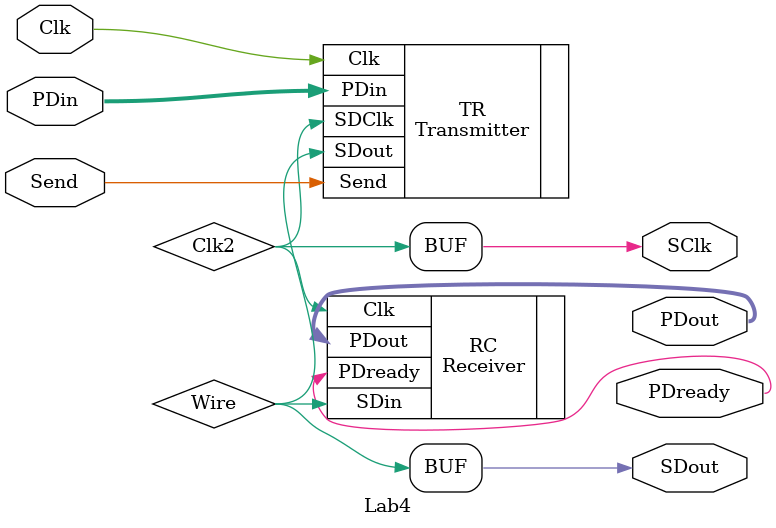
<source format=v>
module Lab4 (Clk, Send, PDin, PDout, PDready, SDout, SClk );

	input Clk, Send;
	input [7:0]PDin;
	output [7:0]PDout;
	output PDready;
	output SDout;
	output SClk;
	wire Clk2;
	wire Wire;
	
	assign SDout = Wire;
	assign SClk = Clk2;
	
	Transmitter TR (.Clk(Clk),  .PDin(PDin[7:0]), .Send(Send),        .SDClk(Clk2), .SDout(Wire) );
	Receiver    RC (.Clk(Clk2), .SDin(Wire),   .PDout(PDout[7:0]), .PDready(PDready) );
	
endmodule

</source>
